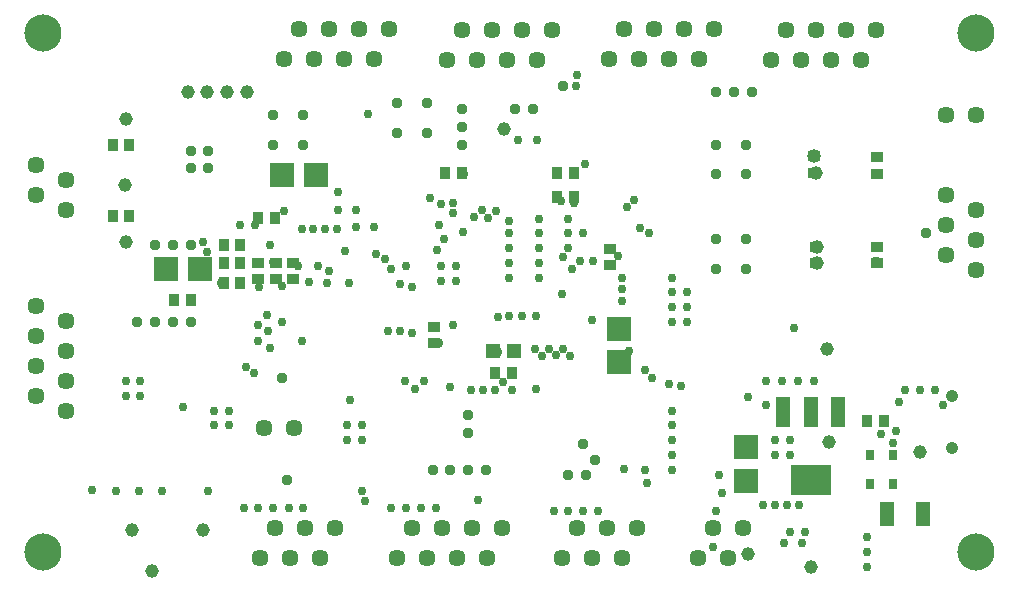
<source format=gbs>
G04 Layer_Color=16711935*
%FSLAX25Y25*%
%MOIN*%
G70*
G01*
G75*
%ADD66R,0.03347X0.04134*%
%ADD67R,0.04134X0.03347*%
%ADD77C,0.05709*%
%ADD78C,0.00591*%
%ADD79C,0.12402*%
%ADD80C,0.04134*%
%ADD81C,0.02953*%
%ADD82C,0.04528*%
%ADD83C,0.03740*%
%ADD84R,0.02953X0.03740*%
%ADD85R,0.04528X0.08071*%
%ADD86R,0.07874X0.08071*%
%ADD87R,0.04528X0.04922*%
%ADD88R,0.08071X0.07874*%
%ADD89R,0.04528X0.10039*%
%ADD90R,0.13583X0.10039*%
D66*
X83563Y123327D02*
D03*
X89075D02*
D03*
X77559Y108169D02*
D03*
X72047D02*
D03*
Y101476D02*
D03*
X77559D02*
D03*
Y114173D02*
D03*
X72047D02*
D03*
X40551Y124016D02*
D03*
X35039D02*
D03*
Y147638D02*
D03*
X40551D02*
D03*
X151378Y138307D02*
D03*
X145866D02*
D03*
X168110Y71653D02*
D03*
X162598D02*
D03*
X188779Y138091D02*
D03*
X183268D02*
D03*
X188779Y130118D02*
D03*
X183268D02*
D03*
X61024Y95768D02*
D03*
X55512D02*
D03*
X292126Y55512D02*
D03*
X286614D02*
D03*
D67*
X268898Y138287D02*
D03*
Y143799D02*
D03*
X289764Y137992D02*
D03*
Y143504D02*
D03*
X289862Y113583D02*
D03*
Y108071D02*
D03*
X269390Y113583D02*
D03*
Y108071D02*
D03*
X95177Y102854D02*
D03*
Y108366D02*
D03*
X83563D02*
D03*
Y102854D02*
D03*
X89370D02*
D03*
Y108366D02*
D03*
X142264Y86949D02*
D03*
Y81437D02*
D03*
X200787Y112992D02*
D03*
Y107480D02*
D03*
D77*
X85472Y53150D02*
D03*
X95472D02*
D03*
X9685Y94055D02*
D03*
X19685Y89055D02*
D03*
X9685Y84055D02*
D03*
X19685Y79055D02*
D03*
X9685Y74055D02*
D03*
X19685Y69055D02*
D03*
X9685Y64055D02*
D03*
X19685Y59055D02*
D03*
Y125984D02*
D03*
X9685Y130984D02*
D03*
X19685Y135984D02*
D03*
X9685Y140984D02*
D03*
X230315Y9843D02*
D03*
X235315Y19842D02*
D03*
X240315Y9843D02*
D03*
X245315Y19842D02*
D03*
X209882D02*
D03*
X204882Y9843D02*
D03*
X199882Y19842D02*
D03*
X194882Y9843D02*
D03*
X189882Y19842D02*
D03*
X184882Y9843D02*
D03*
X164764Y19842D02*
D03*
X159764Y9843D02*
D03*
X154764Y19842D02*
D03*
X149764Y9843D02*
D03*
X144764Y19842D02*
D03*
X139764Y9843D02*
D03*
X134764Y19842D02*
D03*
X129764Y9843D02*
D03*
X109331Y19842D02*
D03*
X104331Y9843D02*
D03*
X99331Y19842D02*
D03*
X94331Y9843D02*
D03*
X89331Y19842D02*
D03*
X84331Y9843D02*
D03*
X146417Y176024D02*
D03*
X151417Y186024D02*
D03*
X156417Y176024D02*
D03*
X161417Y186024D02*
D03*
X166417Y176024D02*
D03*
X171417Y186024D02*
D03*
X176417Y176024D02*
D03*
X181417Y186024D02*
D03*
X92205Y176181D02*
D03*
X97205Y186181D02*
D03*
X102205Y176181D02*
D03*
X107205Y186181D02*
D03*
X112205Y176181D02*
D03*
X117205Y186181D02*
D03*
X122205Y176181D02*
D03*
X127205Y186181D02*
D03*
X200630Y176181D02*
D03*
X205630Y186181D02*
D03*
X210630Y176181D02*
D03*
X215630Y186181D02*
D03*
X220630Y176181D02*
D03*
X225630Y186181D02*
D03*
X230630Y176181D02*
D03*
X235630Y186181D02*
D03*
X254528Y176024D02*
D03*
X259528Y186024D02*
D03*
X264528Y176024D02*
D03*
X269528Y186024D02*
D03*
X274528Y176024D02*
D03*
X279528Y186024D02*
D03*
X284528Y176024D02*
D03*
X289528Y186024D02*
D03*
X312835Y157480D02*
D03*
X322835D02*
D03*
X312835Y130984D02*
D03*
X322835Y125984D02*
D03*
X312835Y120984D02*
D03*
X322835Y115984D02*
D03*
X312835Y110984D02*
D03*
X322835Y105984D02*
D03*
D78*
X12598Y53543D02*
D03*
Y120472D02*
D03*
X224803Y16929D02*
D03*
X179370D02*
D03*
X124252D02*
D03*
X78819D02*
D03*
X186929Y178937D02*
D03*
X132717Y179095D02*
D03*
X241142D02*
D03*
X295039Y178937D02*
D03*
X315748Y100472D02*
D03*
D79*
X11811Y11811D02*
D03*
X322835D02*
D03*
Y185039D02*
D03*
X11811D02*
D03*
D80*
X314961Y63779D02*
D03*
Y46457D02*
D03*
D81*
X226378Y88583D02*
D03*
X143701Y121063D02*
D03*
X132874Y107283D02*
D03*
X65354Y115354D02*
D03*
X66535Y111811D02*
D03*
X127953Y106299D02*
D03*
X134842Y100393D02*
D03*
X88386Y108465D02*
D03*
X83563Y108366D02*
D03*
X112500Y112205D02*
D03*
X96850Y107086D02*
D03*
X91683Y100415D02*
D03*
X77559Y121063D02*
D03*
Y114173D02*
D03*
Y108169D02*
D03*
X82677Y121063D02*
D03*
X87598Y114173D02*
D03*
X92126Y125591D02*
D03*
X65158Y107283D02*
D03*
X71260Y101575D02*
D03*
X106595Y101673D02*
D03*
X107264Y105551D02*
D03*
X101713Y119528D02*
D03*
X105758D02*
D03*
X109803D02*
D03*
X190000Y170905D02*
D03*
X189409Y167205D02*
D03*
X207087Y78875D02*
D03*
X192598Y141260D02*
D03*
X203575Y110626D02*
D03*
X188839Y128209D02*
D03*
X152106Y137835D02*
D03*
X120354Y158031D02*
D03*
X91535Y88583D02*
D03*
X184882Y97992D02*
D03*
X188169Y106378D02*
D03*
X190965Y108858D02*
D03*
X169291Y78149D02*
D03*
X163386Y78583D02*
D03*
X206437Y126870D02*
D03*
X212539Y72618D02*
D03*
X212461Y39094D02*
D03*
X214902Y69823D02*
D03*
X220453Y67795D02*
D03*
X224646Y67283D02*
D03*
X208780Y129232D02*
D03*
X210728Y119744D02*
D03*
X213774Y118317D02*
D03*
X114252Y62717D02*
D03*
X138760Y69016D02*
D03*
X82165Y71476D02*
D03*
X79646Y73444D02*
D03*
X122933Y111299D02*
D03*
X83759Y100170D02*
D03*
X87402Y79783D02*
D03*
X83602Y82284D02*
D03*
X86910Y85413D02*
D03*
X83484Y87657D02*
D03*
X86594Y90925D02*
D03*
X125984Y109646D02*
D03*
X36279Y32087D02*
D03*
X28327Y32520D02*
D03*
X155512Y123721D02*
D03*
X158079Y125794D02*
D03*
X160244Y123333D02*
D03*
X162894Y125689D02*
D03*
X163583Y90394D02*
D03*
X43996Y32283D02*
D03*
X185216Y79685D02*
D03*
X180492Y79685D02*
D03*
X175694Y79705D02*
D03*
X178057Y77283D02*
D03*
X187508Y77342D02*
D03*
X182782Y77520D02*
D03*
X176063Y66280D02*
D03*
X66929Y32283D02*
D03*
X51654D02*
D03*
X194705Y89252D02*
D03*
X142852Y87069D02*
D03*
X113721Y101654D02*
D03*
X130905Y101378D02*
D03*
X58563Y60276D02*
D03*
X98135Y82342D02*
D03*
X170118Y149094D02*
D03*
X188976Y137894D02*
D03*
X176422Y149191D02*
D03*
X262283Y86476D02*
D03*
X156693Y29338D02*
D03*
X205365Y39713D02*
D03*
X213228Y34902D02*
D03*
X235138Y13563D02*
D03*
X165335Y68405D02*
D03*
X143169Y112697D02*
D03*
X134902Y85039D02*
D03*
X204724Y89016D02*
D03*
X195256Y108799D02*
D03*
X184606Y128819D02*
D03*
X148465Y124921D02*
D03*
X148561Y128339D02*
D03*
X167244Y122323D02*
D03*
X151890Y118484D02*
D03*
X132618Y68799D02*
D03*
X135709Y66181D02*
D03*
X118169Y32205D02*
D03*
X119213Y29055D02*
D03*
X100394Y101772D02*
D03*
X103445Y107087D02*
D03*
X98327Y119685D02*
D03*
X110236Y131890D02*
D03*
Y125984D02*
D03*
X116142D02*
D03*
Y120079D02*
D03*
X122047D02*
D03*
X130905Y85630D02*
D03*
X126969D02*
D03*
X144685Y107283D02*
D03*
X149606D02*
D03*
Y102362D02*
D03*
X144685D02*
D03*
X145669Y116142D02*
D03*
X140748Y129921D02*
D03*
X143701Y81693D02*
D03*
X148622Y87598D02*
D03*
X167323Y118110D02*
D03*
Y113189D02*
D03*
Y108268D02*
D03*
Y103347D02*
D03*
X177165D02*
D03*
Y108268D02*
D03*
Y113189D02*
D03*
Y118110D02*
D03*
Y123031D02*
D03*
X187008D02*
D03*
Y118110D02*
D03*
Y113189D02*
D03*
X185039Y110236D02*
D03*
X191929Y118110D02*
D03*
X204724Y103347D02*
D03*
Y99410D02*
D03*
Y95472D02*
D03*
X167323Y90551D02*
D03*
X171653D02*
D03*
X176181D02*
D03*
X154528Y65945D02*
D03*
X158465D02*
D03*
X162402D02*
D03*
X168307D02*
D03*
X147638Y66929D02*
D03*
X39370Y68898D02*
D03*
Y63976D02*
D03*
X44291D02*
D03*
Y68898D02*
D03*
X68898Y59055D02*
D03*
Y54134D02*
D03*
X73819D02*
D03*
Y59055D02*
D03*
X113189Y54134D02*
D03*
Y49213D02*
D03*
X118110D02*
D03*
Y54134D02*
D03*
X78740Y26575D02*
D03*
X83661D02*
D03*
X127953D02*
D03*
X132874D02*
D03*
X137795D02*
D03*
X142717D02*
D03*
X182087Y25591D02*
D03*
X187008D02*
D03*
X191929D02*
D03*
X196850D02*
D03*
X246850Y63696D02*
D03*
X258858Y59055D02*
D03*
X255906Y44291D02*
D03*
Y49213D02*
D03*
X260827D02*
D03*
Y44291D02*
D03*
X252953Y61024D02*
D03*
X251969Y27559D02*
D03*
X255906D02*
D03*
X259842D02*
D03*
X263779D02*
D03*
X260827Y18701D02*
D03*
X265748D02*
D03*
X264764Y14764D02*
D03*
X258858D02*
D03*
X286417Y16732D02*
D03*
Y11811D02*
D03*
Y6890D02*
D03*
X309055Y65945D02*
D03*
X304134D02*
D03*
X299213D02*
D03*
X312008Y61024D02*
D03*
X221457Y103347D02*
D03*
Y98425D02*
D03*
Y93504D02*
D03*
Y88583D02*
D03*
X226378Y93504D02*
D03*
Y98425D02*
D03*
X291339Y51181D02*
D03*
X295276Y48228D02*
D03*
X296260Y52165D02*
D03*
X252953Y68898D02*
D03*
X258202D02*
D03*
X263451D02*
D03*
X268701D02*
D03*
X237205Y37402D02*
D03*
X238189Y31496D02*
D03*
X236221Y25591D02*
D03*
X221457Y59055D02*
D03*
Y54134D02*
D03*
Y49213D02*
D03*
Y44291D02*
D03*
Y39370D02*
D03*
X88583Y26575D02*
D03*
X93804Y26576D02*
D03*
X98425Y26575D02*
D03*
X297244Y62008D02*
D03*
X144587Y127854D02*
D03*
D82*
X267717Y6890D02*
D03*
X274016Y48425D02*
D03*
X273228Y79724D02*
D03*
X269783Y113484D02*
D03*
X268898Y143799D02*
D03*
X79724Y165157D02*
D03*
X73130Y165157D02*
D03*
X66601D02*
D03*
X60039D02*
D03*
X39370Y156299D02*
D03*
X39272Y134350D02*
D03*
X65158Y19094D02*
D03*
X41535D02*
D03*
X39370Y115354D02*
D03*
X246752Y36279D02*
D03*
X304350Y45138D02*
D03*
X165571Y152992D02*
D03*
X48346Y5531D02*
D03*
X246850Y11378D02*
D03*
X269587Y138287D02*
D03*
X269783Y108366D02*
D03*
D83*
X153484Y57579D02*
D03*
Y51673D02*
D03*
X191957Y47960D02*
D03*
X195846Y42520D02*
D03*
X147638Y39370D02*
D03*
X153543D02*
D03*
X159449D02*
D03*
X141732D02*
D03*
X187008Y37402D02*
D03*
X192913D02*
D03*
X236221Y165354D02*
D03*
X242126D02*
D03*
X248031D02*
D03*
X185039Y167323D02*
D03*
X169291Y159449D02*
D03*
X175197D02*
D03*
X246063Y147638D02*
D03*
X236221D02*
D03*
Y137795D02*
D03*
X246063D02*
D03*
X236221Y116142D02*
D03*
Y106299D02*
D03*
X246063D02*
D03*
Y116142D02*
D03*
X129921Y161417D02*
D03*
X139764D02*
D03*
Y151575D02*
D03*
X129921D02*
D03*
X151575Y159449D02*
D03*
Y153543D02*
D03*
Y147638D02*
D03*
X88583D02*
D03*
Y157480D02*
D03*
X98425D02*
D03*
Y147638D02*
D03*
X61024Y145669D02*
D03*
Y139764D02*
D03*
X66929D02*
D03*
Y145669D02*
D03*
X43307Y88583D02*
D03*
X49213D02*
D03*
X55118D02*
D03*
X61024D02*
D03*
Y114173D02*
D03*
X55118D02*
D03*
X49213D02*
D03*
X289862Y113583D02*
D03*
X289744Y143484D02*
D03*
X306102Y118110D02*
D03*
X289764Y137992D02*
D03*
X289449Y108484D02*
D03*
X91535Y69784D02*
D03*
X93110Y36024D02*
D03*
D84*
X287402Y44291D02*
D03*
Y34449D02*
D03*
X295276Y44291D02*
D03*
Y34449D02*
D03*
D85*
X293307Y24409D02*
D03*
X305118D02*
D03*
D86*
X102854Y137402D02*
D03*
X91634D02*
D03*
X52854Y106102D02*
D03*
X64075D02*
D03*
D87*
X168700Y78740D02*
D03*
X162008D02*
D03*
D88*
X203740Y86319D02*
D03*
Y75098D02*
D03*
X246161Y46850D02*
D03*
Y35630D02*
D03*
D89*
X258661Y58661D02*
D03*
X267717D02*
D03*
X276772D02*
D03*
D90*
X267717Y35827D02*
D03*
M02*

</source>
